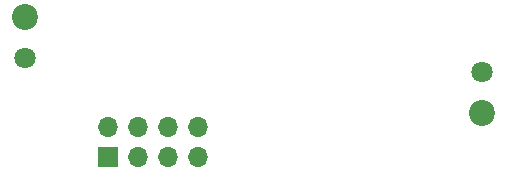
<source format=gbr>
%TF.GenerationSoftware,KiCad,Pcbnew,(5.99.0-7653-g7b9c21e290)*%
%TF.CreationDate,2021-01-21T05:12:34-07:00*%
%TF.ProjectId,buttonNRF24Board,62757474-6f6e-44e5-9246-3234426f6172,rev?*%
%TF.SameCoordinates,Original*%
%TF.FileFunction,Soldermask,Bot*%
%TF.FilePolarity,Negative*%
%FSLAX46Y46*%
G04 Gerber Fmt 4.6, Leading zero omitted, Abs format (unit mm)*
G04 Created by KiCad (PCBNEW (5.99.0-7653-g7b9c21e290)) date 2021-01-21 05:12:34*
%MOMM*%
%LPD*%
G01*
G04 APERTURE LIST*
%ADD10C,1.800000*%
%ADD11R,1.700000X1.700000*%
%ADD12O,1.700000X1.700000*%
%ADD13C,2.200000*%
G04 APERTURE END LIST*
D10*
%TO.C,H4*%
X81700000Y-105800000D03*
%TD*%
%TO.C,H2*%
X43000000Y-104650000D03*
%TD*%
D11*
%TO.C,J1*%
X50000000Y-113000000D03*
D12*
X50000000Y-110460000D03*
X52540000Y-113000000D03*
X52540000Y-110460000D03*
X55080000Y-113000000D03*
X55080000Y-110460000D03*
X57620000Y-113000000D03*
X57620000Y-110460000D03*
%TD*%
D13*
%TO.C,H3*%
X81700000Y-109300000D03*
%TD*%
%TO.C,H1*%
X43000000Y-101150000D03*
%TD*%
M02*

</source>
